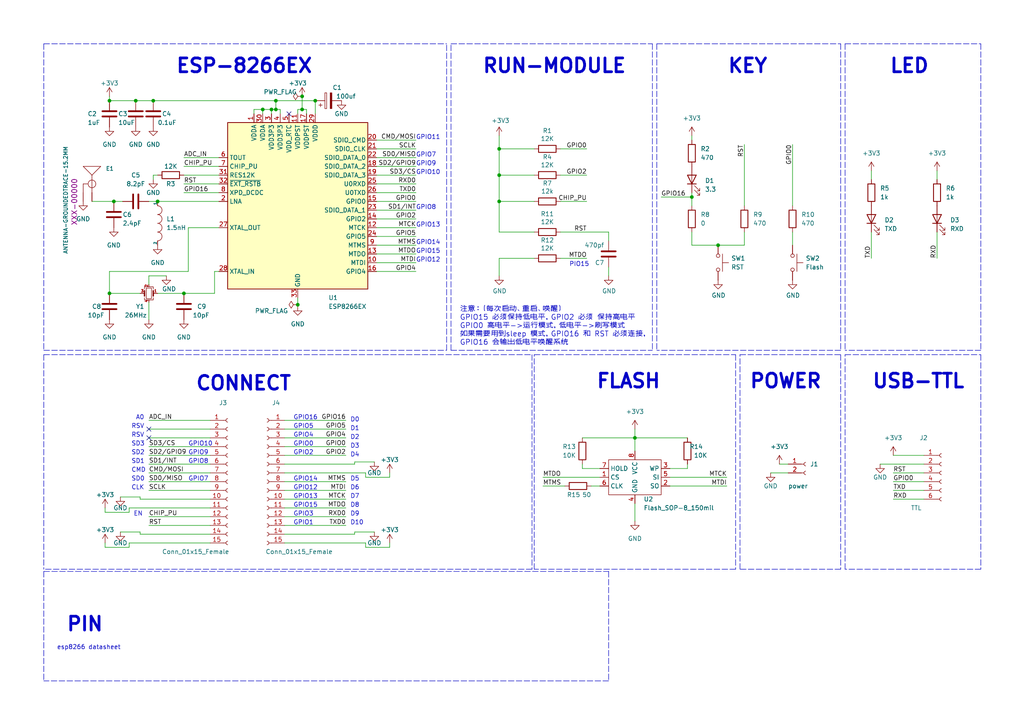
<source format=kicad_sch>
(kicad_sch (version 20211123) (generator eeschema)
  (paper "A4")
  (lib_symbols
    (symbol "Connector:Conn_01x02_Female" (pin_names (offset 1.016) hide)
      (property "Reference" "J" (at 0 2.54 0))
      (property "Value" "Conn_01x02_Female" (at 0 -5.08 0))
      (symbol "Conn_01x02_Female_1_1"
        (pin passive line (at -5.08 0 0) (length 3.81) (name "Pin_1") (number "1"))
        (pin passive line (at -5.08 -2.54 0) (length 3.81) (name "Pin_2") (number "2"))
      )
    )
    (symbol "Connector:Conn_01x06_Female" (pin_names (offset 1.016) hide)
      (property "Reference" "J" (at 0 7.62 0))
      (property "Value" "Conn_01x06_Female" (at 0 -10.16 0))
      (symbol "Conn_01x06_Female_1_1"
        (pin passive line (at -5.08 5.08 0) (length 3.81) (name "Pin_1") (number "1"))
        (pin passive line (at -5.08 2.54 0) (length 3.81) (name "Pin_2") (number "2"))
        (pin passive line (at -5.08 0 0) (length 3.81) (name "Pin_3") (number "3"))
        (pin passive line (at -5.08 -2.54 0) (length 3.81) (name "Pin_4") (number "4"))
        (pin passive line (at -5.08 -5.08 0) (length 3.81) (name "Pin_5") (number "5"))
        (pin passive line (at -5.08 -7.62 0) (length 3.81) (name "Pin_6") (number "6"))
      )
    )
    (symbol "Connector:Conn_01x15_Female" (pin_names (offset 1.016) hide)
      (property "Reference" "J" (at 0 20.32 0))
      (property "Value" "Conn_01x15_Female" (at 0 -20.32 0))
      (symbol "Conn_01x15_Female_1_1"
        (pin passive line (at -5.08 17.78 0) (length 3.81) (name "Pin_1") (number "1"))
        (pin passive line (at -5.08 -5.08 0) (length 3.81) (name "Pin_10") (number "10"))
        (pin passive line (at -5.08 -7.62 0) (length 3.81) (name "Pin_11") (number "11"))
        (pin passive line (at -5.08 -10.16 0) (length 3.81) (name "Pin_12") (number "12"))
        (pin passive line (at -5.08 -12.7 0) (length 3.81) (name "Pin_13") (number "13"))
        (pin passive line (at -5.08 -15.24 0) (length 3.81) (name "Pin_14") (number "14"))
        (pin passive line (at -5.08 -17.78 0) (length 3.81) (name "Pin_15") (number "15"))
        (pin passive line (at -5.08 15.24 0) (length 3.81) (name "Pin_2") (number "2"))
        (pin passive line (at -5.08 12.7 0) (length 3.81) (name "Pin_3") (number "3"))
        (pin passive line (at -5.08 10.16 0) (length 3.81) (name "Pin_4") (number "4"))
        (pin passive line (at -5.08 7.62 0) (length 3.81) (name "Pin_5") (number "5"))
        (pin passive line (at -5.08 5.08 0) (length 3.81) (name "Pin_6") (number "6"))
        (pin passive line (at -5.08 2.54 0) (length 3.81) (name "Pin_7") (number "7"))
        (pin passive line (at -5.08 0 0) (length 3.81) (name "Pin_8") (number "8"))
        (pin passive line (at -5.08 -2.54 0) (length 3.81) (name "Pin_9") (number "9"))
      )
    )
    (symbol "Device:C" (pin_numbers hide) (pin_names (offset 0.254))
      (property "Reference" "C" (at 0.635 2.54 0))
      (property "Value" "C" (at 0.635 -2.54 0))
      (symbol "C_1_1"
        (pin passive line (at 0 3.81 270) (length 2.794) (name "~") (number "1"))
        (pin passive line (at 0 -3.81 90) (length 2.794) (name "~") (number "2"))
      )
    )
    (symbol "Device:C_Polarized" (pin_numbers hide) (pin_names (offset 0.254))
      (property "Reference" "C" (at 0.635 2.54 0))
      (property "Value" "C_Polarized" (at 0.635 -2.54 0))
      (symbol "C_Polarized_1_1"
        (pin passive line (at 0 3.81 270) (length 2.794) (name "~") (number "1"))
        (pin passive line (at 0 -3.81 90) (length 2.794) (name "~") (number "2"))
      )
    )
    (symbol "Device:Crystal_GND24_Small" (pin_names (offset 1.016) hide)
      (property "Reference" "Y" (at 1.27 4.445 0))
      (property "Value" "Crystal_GND24_Small" (at 1.27 2.54 0))
      (symbol "Crystal_GND24_Small_1_1"
        (pin passive line (at -2.54 0 0) (length 1.27) (name "1") (number "1"))
        (pin passive line (at 0 -2.54 90) (length 0.635) (name "2") (number "2"))
        (pin passive line (at 2.54 0 180) (length 1.27) (name "3") (number "3"))
        (pin passive line (at 0 2.54 270) (length 0.635) (name "4") (number "4"))
      )
    )
    (symbol "Device:LED" (pin_numbers hide) (pin_names (offset 1.016) hide)
      (property "Reference" "D" (at 0 2.54 0))
      (property "Value" "LED" (at 0 -2.54 0))
      (symbol "LED_1_1"
        (pin passive line (at -3.81 0 0) (length 2.54) (name "K") (number "1"))
        (pin passive line (at 3.81 0 180) (length 2.54) (name "A") (number "2"))
      )
    )
    (symbol "Device:R" (pin_numbers hide) (pin_names (offset 0))
      (property "Reference" "R" (at 2.032 0 90))
      (property "Value" "R" (at 0 0 90))
      (symbol "R_1_1"
        (pin passive line (at 0 3.81 270) (length 1.27) (name "~") (number "1"))
        (pin passive line (at 0 -3.81 90) (length 1.27) (name "~") (number "2"))
      )
    )
    (symbol "MCU_Espressif:ESP8266EX"
      (property "Reference" "U" (at 0 2.54 0))
      (property "Value" "ESP8266EX" (at 0 -2.54 0))
      (symbol "ESP8266EX_1_1"
        (pin power_in line (at -12.7 25.4 270) (length 2.54) (name "VDDA") (number "1"))
        (pin bidirectional line (at 22.86 -17.78 180) (length 2.54) (name "MTDI") (number "10"))
        (pin power_in line (at 0 25.4 270) (length 2.54) (name "VDDPST") (number "11"))
        (pin bidirectional line (at 22.86 -7.62 180) (length 2.54) (name "MTCK") (number "12"))
        (pin bidirectional line (at 22.86 -15.24 180) (length 2.54) (name "MTDO") (number "13"))
        (pin bidirectional line (at 22.86 -5.08 180) (length 2.54) (name "GPIO2") (number "14"))
        (pin bidirectional line (at 22.86 0 180) (length 2.54) (name "GPIO0") (number "15"))
        (pin bidirectional line (at 22.86 -20.32 180) (length 2.54) (name "GPIO4") (number "16"))
        (pin power_in line (at 2.54 25.4 270) (length 2.54) (name "VDDPST") (number "17"))
        (pin bidirectional line (at 22.86 10.16 180) (length 2.54) (name "SDIO_DATA_2") (number "18"))
        (pin bidirectional line (at 22.86 7.62 180) (length 2.54) (name "SDIO_DATA_3") (number "19"))
        (pin bidirectional line (at -22.86 0 0) (length 2.54) (name "LNA") (number "2"))
        (pin bidirectional line (at 22.86 17.78 180) (length 2.54) (name "SDIO_CMD") (number "20"))
        (pin bidirectional line (at 22.86 15.24 180) (length 2.54) (name "SDIO_CLK") (number "21"))
        (pin bidirectional line (at 22.86 12.7 180) (length 2.54) (name "SDIO_DATA_0") (number "22"))
        (pin bidirectional line (at 22.86 -2.54 180) (length 2.54) (name "SDIO_DATA_1") (number "23"))
        (pin bidirectional line (at 22.86 -10.16 180) (length 2.54) (name "GPIO5") (number "24"))
        (pin bidirectional line (at 22.86 5.08 180) (length 2.54) (name "U0RXD") (number "25"))
        (pin bidirectional line (at 22.86 2.54 180) (length 2.54) (name "U0TXD") (number "26"))
        (pin bidirectional line (at -22.86 -7.62 0) (length 2.54) (name "XTAL_OUT") (number "27"))
        (pin bidirectional line (at -22.86 -20.32 0) (length 2.54) (name "XTAL_IN") (number "28"))
        (pin power_in line (at 5.08 25.4 270) (length 2.54) (name "VDDD") (number "29"))
        (pin power_in line (at -7.62 25.4 270) (length 2.54) (name "VDD3P3") (number "3"))
        (pin power_in line (at -10.16 25.4 270) (length 2.54) (name "VDDA") (number "30"))
        (pin input line (at -22.86 7.62 0) (length 2.54) (name "RES12K") (number "31"))
        (pin input line (at -22.86 5.08 0) (length 2.54) (name "~{EXT_RSTB}") (number "32"))
        (pin power_in line (at 0 -27.94 90) (length 2.54) (name "GND") (number "33"))
        (pin power_in line (at -5.08 25.4 270) (length 2.54) (name "VDD3P3") (number "4"))
        (pin power_in line (at -2.54 25.4 270) (length 2.54) (name "VDD_RTC") (number "5"))
        (pin input line (at -22.86 12.7 0) (length 2.54) (name "TOUT") (number "6"))
        (pin input line (at -22.86 10.16 0) (length 2.54) (name "CHIP_PU") (number "7"))
        (pin bidirectional line (at -22.86 2.54 0) (length 2.54) (name "XPD_DCDC") (number "8"))
        (pin bidirectional line (at 22.86 -12.7 180) (length 2.54) (name "MTMS") (number "9"))
      )
    )
    (symbol "My-lib:Flash_SOP-8_150mil"
      (property "Reference" "U" (at 0 -12.7 0))
      (property "Value" "Flash_SOP-8_150mil" (at 0 -15.24 0))
      (symbol "Flash_SOP-8_150mil_1_1"
        (pin bidirectional line (at -10.16 0 0) (length 2.54) (name "CS") (number "1"))
        (pin bidirectional line (at 10.16 -2.54 180) (length 2.54) (name "SO") (number "2"))
        (pin bidirectional line (at 10.16 2.54 180) (length 2.54) (name "WP") (number "3"))
        (pin bidirectional line (at 0 -7.62 90) (length 2.54) (name "GND") (number "4"))
        (pin bidirectional line (at 10.16 0 180) (length 2.54) (name "SI") (number "5"))
        (pin bidirectional line (at -10.16 -2.54 0) (length 2.54) (name "CLK") (number "6"))
        (pin bidirectional line (at -10.16 2.54 0) (length 2.54) (name "HOLD") (number "7"))
        (pin bidirectional line (at 0 7.62 270) (length 2.54) (name "VCC") (number "8"))
      )
    )
    (symbol "SparkFun-RF:ANTENNA-GROUNDEDTRACE-15.2MM" (pin_numbers hide) (pin_names (offset 1.016) hide)
      (property "Reference" "E" (at 3.81 -1.27 0))
      (property "Value" "ANTENNA-GROUNDEDTRACE-15.2MM" (at 3.81 -10.16 0))
      (property "Field4" "XXX-00000" (at 0 2.54 0))
      (symbol "ANTENNA-GROUNDEDTRACE-15.2MM_1_1"
        (pin bidirectional line (at 0 -10.16 90) (length 2.54) (name "SIGNAL") (number "ANT"))
        (pin bidirectional line (at 2.54 -10.16 90) (length 2.54) (name "GND") (number "GND"))
      )
    )
    (symbol "Switch:SW_Push" (pin_numbers hide) (pin_names (offset 1.016) hide)
      (property "Reference" "SW" (at 1.27 2.54 0))
      (property "Value" "SW_Push" (at 0 -1.524 0))
      (symbol "SW_Push_0_1"
        (pin passive line (at -5.08 0 0) (length 2.54) (name "1") (number "1"))
        (pin passive line (at 5.08 0 180) (length 2.54) (name "2") (number "2"))
      )
    )
    (symbol "power:+3.3V" (power) (pin_names (offset 0))
      (property "Value" "+3.3V" (at 0 3.556 0))
      (symbol "+3.3V_1_1"
        (pin power_in line (at 0 0 90) (length 0) hide (name "+3V3") (number "1"))
      )
    )
    (symbol "power:+3V3" (power) (pin_names (offset 0))
      (property "Value" "+3V3" (at 0 3.556 0))
      (symbol "+3V3_1_1"
        (pin power_in line (at 0 0 90) (length 0) hide (name "+3V3") (number "1"))
      )
    )
    (symbol "power:GND" (power) (pin_names (offset 0))
      (property "Value" "GND" (at 0 -3.81 0))
      (symbol "GND_1_1"
        (pin power_in line (at 0 0 270) (length 0) hide (name "GND") (number "1"))
      )
    )
    (symbol "power:PWR_FLAG" (power) (pin_numbers hide) (pin_names (offset 0) hide)
      (property "Value" "PWR_FLAG" (at 0 3.81 0))
      (symbol "PWR_FLAG_0_0"
        (pin power_out line (at 0 0 90) (length 0) (name "pwr") (number "1"))
      )
    )
    (symbol "pspice:INDUCTOR" (pin_numbers hide) (pin_names (offset 0))
      (property "Reference" "L" (at 0 2.54 0))
      (property "Value" "INDUCTOR" (at 0 -1.27 0))
      (symbol "INDUCTOR_1_1"
        (pin input line (at -6.35 0 0) (length 1.27) (name "1") (number "1"))
        (pin input line (at 6.35 0 180) (length 1.27) (name "2") (number "2"))
      )
    )
  )
  (junction (at 31.75 85.09))
  (junction (at 87.63 31.75))
  (junction (at 91.44 29.21))
  (junction (at 53.34 85.09))
  (junction (at 80.01 29.21))
  (junction (at 87.63 27.94))
  (junction (at 200.66 57.15))
  (junction (at 44.45 29.21))
  (junction (at 39.37 29.21))
  (junction (at 144.78 58.42))
  (junction (at 80.01 31.75))
  (junction (at 184.15 127))
  (junction (at 78.74 31.75))
  (junction (at 86.36 88.3792))
  (junction (at 76.2 31.75))
  (junction (at 45.72 58.42))
  (junction (at 144.78 50.8))
  (junction (at 144.78 43.18))
  (junction (at 31.75 29.21))
  (junction (at 208.28 71.12))
  (junction (at 33.02 58.42))
  (no_connect (at 43.18 127))
  (no_connect (at 43.18 124.46))
  (no_connect (at 83.82 33.02))
  (wire (pts (xy 215.9 41.91) (xy 215.9 59.69)))
  (wire (pts (xy 91.44 29.21) (xy 80.01 29.21)))
  (wire (pts (xy 76.2 31.75) (xy 76.2 33.02)))
  (wire (pts (xy 168.91 134.62) (xy 168.91 135.89)))
  (wire (pts (xy 37.465 157.48) (xy 37.465 158.75)))
  (wire (pts (xy 144.78 67.31) (xy 154.94 67.31)))
  (wire (pts (xy 82.55 124.46) (xy 100.33 124.46)))
  (wire (pts (xy 271.78 67.31) (xy 271.78 74.93)))
  (polyline (pts (xy 284.48 165.1) (xy 245.11 165.1)))
  (wire (pts (xy 43.18 127) (xy 60.96 127)))
  (wire (pts (xy 184.15 127) (xy 184.15 130.81)))
  (wire (pts (xy 200.66 57.15) (xy 200.66 59.69)))
  (wire (pts (xy 259.08 139.7) (xy 267.97 139.7)))
  (wire (pts (xy 259.08 142.24) (xy 267.97 142.24)))
  (wire (pts (xy 109.22 43.18) (xy 120.65 43.18)))
  (wire (pts (xy 162.56 74.93) (xy 170.18 74.93)))
  (polyline (pts (xy 130.81 12.7) (xy 189.23 12.7)))
  (wire (pts (xy 109.22 50.8) (xy 120.65 50.8)))
  (wire (pts (xy 162.56 67.31) (xy 176.53 67.31)))
  (wire (pts (xy 37.465 147.32) (xy 37.465 148.59)))
  (wire (pts (xy 102.87 134.62) (xy 102.87 133.985)))
  (polyline (pts (xy 129.54 101.6) (xy 129.54 12.7)))
  (wire (pts (xy 82.55 144.78) (xy 100.33 144.78)))
  (wire (pts (xy 229.87 71.12) (xy 229.87 67.31)))
  (wire (pts (xy 109.22 58.42) (xy 120.65 58.42)))
  (wire (pts (xy 30.48 147.32) (xy 30.48 148.59)))
  (wire (pts (xy 144.78 50.8) (xy 144.78 58.42)))
  (wire (pts (xy 82.55 121.92) (xy 100.33 121.92)))
  (polyline (pts (xy 214.63 102.87) (xy 243.84 102.87)))
  (wire (pts (xy 54.61 66.04) (xy 63.5 66.04)))
  (polyline (pts (xy 284.48 12.7) (xy 284.48 101.6)))
  (polyline (pts (xy 243.84 165.1) (xy 214.63 165.1)))
  (polyline (pts (xy 189.23 12.7) (xy 189.23 101.6)))
  (wire (pts (xy 109.22 40.64) (xy 120.65 40.64)))
  (wire (pts (xy 37.465 158.75) (xy 30.48 158.75)))
  (wire (pts (xy 109.22 68.58) (xy 120.65 68.58)))
  (polyline (pts (xy 213.36 102.87) (xy 213.36 165.1)))
  (wire (pts (xy 78.74 33.02) (xy 78.74 31.75)))
  (wire (pts (xy 200.66 71.12) (xy 208.28 71.12)))
  (wire (pts (xy 40.64 154.94) (xy 40.64 154.305)))
  (wire (pts (xy 54.61 78.74) (xy 54.61 66.04)))
  (wire (pts (xy 259.08 132.08) (xy 267.97 132.08)))
  (wire (pts (xy 80.01 29.21) (xy 80.01 31.75)))
  (wire (pts (xy 184.15 127) (xy 199.39 127)))
  (wire (pts (xy 184.15 124.46) (xy 184.15 127)))
  (wire (pts (xy 102.87 154.94) (xy 82.55 154.94)))
  (wire (pts (xy 199.39 135.89) (xy 199.39 134.62)))
  (wire (pts (xy 48.26 80.01) (xy 43.18 80.01)))
  (wire (pts (xy 37.465 148.59) (xy 30.48 148.59)))
  (wire (pts (xy 40.64 154.94) (xy 60.96 154.94)))
  (wire (pts (xy 39.37 29.21) (xy 44.45 29.21)))
  (wire (pts (xy 171.45 140.97) (xy 173.99 140.97)))
  (wire (pts (xy 63.5 78.74) (xy 62.23 78.74)))
  (wire (pts (xy 259.08 144.78) (xy 267.97 144.78)))
  (wire (pts (xy 106.045 157.48) (xy 106.045 158.75)))
  (wire (pts (xy 60.96 157.48) (xy 37.465 157.48)))
  (polyline (pts (xy 130.81 101.6) (xy 130.81 12.7)))
  (polyline (pts (xy 284.48 102.87) (xy 284.48 165.1)))
  (wire (pts (xy 43.18 149.86) (xy 60.96 149.86)))
  (polyline (pts (xy 12.7 165.735) (xy 176.53 165.735)))
  (wire (pts (xy 53.34 85.09) (xy 62.23 85.09)))
  (wire (pts (xy 43.18 132.08) (xy 60.96 132.08)))
  (wire (pts (xy 82.55 152.4) (xy 100.33 152.4)))
  (wire (pts (xy 53.34 55.88) (xy 63.5 55.88)))
  (wire (pts (xy 229.87 41.91) (xy 229.87 59.69)))
  (wire (pts (xy 82.55 157.48) (xy 106.045 157.48)))
  (wire (pts (xy 87.63 31.75) (xy 88.9 31.75)))
  (wire (pts (xy 40.64 144.78) (xy 60.96 144.78)))
  (wire (pts (xy 200.66 39.37) (xy 200.66 40.64)))
  (wire (pts (xy 43.18 80.01) (xy 43.18 82.55)))
  (wire (pts (xy 109.22 48.26) (xy 120.65 48.26)))
  (wire (pts (xy 88.9 31.75) (xy 88.9 33.02)))
  (polyline (pts (xy 176.53 165.735) (xy 176.53 197.485)))
  (wire (pts (xy 91.44 33.02) (xy 91.44 29.21)))
  (wire (pts (xy 43.18 129.54) (xy 60.96 129.54)))
  (wire (pts (xy 31.75 29.21) (xy 39.37 29.21)))
  (wire (pts (xy 86.36 31.75) (xy 87.63 31.75)))
  (wire (pts (xy 62.23 78.74) (xy 62.23 85.09)))
  (wire (pts (xy 73.66 31.75) (xy 76.2 31.75)))
  (wire (pts (xy 157.48 140.97) (xy 163.83 140.97)))
  (polyline (pts (xy 190.5 12.7) (xy 190.5 101.6)))
  (polyline (pts (xy 245.11 102.87) (xy 284.48 102.87)))
  (wire (pts (xy 144.78 43.18) (xy 154.94 43.18)))
  (wire (pts (xy 200.66 67.31) (xy 200.66 71.12)))
  (wire (pts (xy 102.87 154.305) (xy 108.585 154.305)))
  (wire (pts (xy 194.31 138.43) (xy 210.82 138.43)))
  (polyline (pts (xy 154.305 165.1) (xy 12.7 165.1)))
  (wire (pts (xy 109.22 55.88) (xy 120.65 55.88)))
  (wire (pts (xy 78.74 31.75) (xy 80.01 31.75)))
  (wire (pts (xy 43.18 134.62) (xy 60.96 134.62)))
  (wire (pts (xy 102.87 134.62) (xy 82.55 134.62)))
  (wire (pts (xy 43.18 121.92) (xy 60.96 121.92)))
  (wire (pts (xy 81.28 31.75) (xy 81.28 33.02)))
  (wire (pts (xy 82.55 147.32) (xy 100.33 147.32)))
  (wire (pts (xy 80.01 31.75) (xy 81.28 31.75)))
  (wire (pts (xy 82.55 129.54) (xy 100.33 129.54)))
  (wire (pts (xy 102.87 154.94) (xy 102.87 154.305)))
  (wire (pts (xy 252.73 49.53) (xy 252.73 52.07)))
  (wire (pts (xy 44.45 50.8) (xy 44.45 52.07)))
  (polyline (pts (xy 245.11 12.7) (xy 245.11 101.6)))
  (wire (pts (xy 162.56 58.42) (xy 170.18 58.42)))
  (wire (pts (xy 106.045 137.16) (xy 106.045 138.43)))
  (wire (pts (xy 40.64 154.305) (xy 34.925 154.305)))
  (wire (pts (xy 44.45 29.21) (xy 80.01 29.21)))
  (wire (pts (xy 144.78 74.93) (xy 144.78 80.01)))
  (wire (pts (xy 82.55 132.08) (xy 100.33 132.08)))
  (wire (pts (xy 31.75 78.74) (xy 31.75 85.09)))
  (wire (pts (xy 86.36 33.02) (xy 86.36 31.75)))
  (wire (pts (xy 162.56 43.18) (xy 170.18 43.18)))
  (wire (pts (xy 168.91 135.89) (xy 173.99 135.89)))
  (wire (pts (xy 40.64 144.78) (xy 40.64 144.145)))
  (wire (pts (xy 184.15 151.13) (xy 184.15 146.05)))
  (wire (pts (xy 82.55 149.86) (xy 100.33 149.86)))
  (polyline (pts (xy 190.5 12.7) (xy 243.84 12.7)))
  (wire (pts (xy 82.55 127) (xy 100.33 127)))
  (wire (pts (xy 82.55 142.24) (xy 100.33 142.24)))
  (polyline (pts (xy 130.81 101.6) (xy 189.23 101.6)))
  (polyline (pts (xy 176.53 197.485) (xy 12.7 197.485)))
  (wire (pts (xy 144.78 50.8) (xy 154.94 50.8)))
  (wire (pts (xy 176.53 67.31) (xy 176.53 69.85)))
  (polyline (pts (xy 12.7 165.735) (xy 12.7 197.485)))
  (polyline (pts (xy 12.7 12.7) (xy 12.7 101.6)))
  (wire (pts (xy 106.045 138.43) (xy 113.03 138.43)))
  (wire (pts (xy 86.36 86.36) (xy 86.36 88.3792)))
  (wire (pts (xy 194.31 140.97) (xy 210.82 140.97)))
  (wire (pts (xy 45.72 50.8) (xy 44.45 50.8)))
  (wire (pts (xy 176.53 77.47) (xy 176.53 80.01)))
  (wire (pts (xy 31.75 85.09) (xy 40.64 85.09)))
  (wire (pts (xy 144.78 58.42) (xy 154.94 58.42)))
  (wire (pts (xy 43.18 137.16) (xy 60.96 137.16)))
  (wire (pts (xy 53.34 45.72) (xy 63.5 45.72)))
  (wire (pts (xy 43.18 139.7) (xy 60.96 139.7)))
  (wire (pts (xy 259.08 137.16) (xy 267.97 137.16)))
  (wire (pts (xy 63.5 50.8) (xy 53.34 50.8)))
  (wire (pts (xy 102.87 133.985) (xy 108.585 133.985)))
  (polyline (pts (xy 213.36 165.1) (xy 154.94 165.1)))
  (polyline (pts (xy 214.63 165.1) (xy 214.63 102.87)))
  (wire (pts (xy 109.22 66.04) (xy 120.65 66.04)))
  (wire (pts (xy 86.36 88.3792) (xy 86.36 88.9)))
  (wire (pts (xy 73.66 31.75) (xy 73.66 33.02)))
  (wire (pts (xy 43.18 124.46) (xy 60.96 124.46)))
  (wire (pts (xy 45.72 58.42) (xy 63.5 58.42)))
  (wire (pts (xy 157.48 138.43) (xy 173.99 138.43)))
  (polyline (pts (xy 243.84 101.6) (xy 190.5 101.6)))
  (polyline (pts (xy 245.11 12.7) (xy 284.48 12.7)))
  (wire (pts (xy 30.48 157.48) (xy 30.48 158.75)))
  (wire (pts (xy 144.78 43.18) (xy 144.78 50.8)))
  (wire (pts (xy 53.34 53.34) (xy 63.5 53.34)))
  (wire (pts (xy 40.64 144.145) (xy 34.925 144.145)))
  (polyline (pts (xy 12.7 102.87) (xy 12.7 165.1)))
  (wire (pts (xy 43.18 142.24) (xy 60.96 142.24)))
  (wire (pts (xy 109.22 76.2) (xy 120.65 76.2)))
  (wire (pts (xy 109.22 73.66) (xy 120.65 73.66)))
  (wire (pts (xy 45.72 85.09) (xy 53.34 85.09)))
  (wire (pts (xy 144.78 74.93) (xy 154.94 74.93)))
  (polyline (pts (xy 12.7 101.6) (xy 129.54 101.6)))
  (polyline (pts (xy 243.84 102.87) (xy 243.84 165.1)))
  (wire (pts (xy 109.22 60.96) (xy 120.65 60.96)))
  (wire (pts (xy 215.9 67.31) (xy 215.9 71.12)))
  (wire (pts (xy 109.22 63.5) (xy 120.65 63.5)))
  (wire (pts (xy 162.56 50.8) (xy 170.18 50.8)))
  (wire (pts (xy 200.66 55.88) (xy 200.66 57.15)))
  (wire (pts (xy 194.31 135.89) (xy 199.39 135.89)))
  (wire (pts (xy 252.73 67.31) (xy 252.73 74.93)))
  (wire (pts (xy 223.52 137.16) (xy 228.6 137.16)))
  (wire (pts (xy 113.03 157.48) (xy 113.03 158.75)))
  (wire (pts (xy 109.22 45.72) (xy 120.65 45.72)))
  (polyline (pts (xy 284.48 101.6) (xy 245.11 101.6)))
  (wire (pts (xy 113.03 137.16) (xy 113.03 138.43)))
  (wire (pts (xy 168.91 127) (xy 184.15 127)))
  (wire (pts (xy 226.06 134.62) (xy 228.6 134.62)))
  (wire (pts (xy 43.18 92.71) (xy 43.18 87.63)))
  (wire (pts (xy 87.63 27.94) (xy 87.63 31.75)))
  (wire (pts (xy 76.2 31.75) (xy 78.74 31.75)))
  (wire (pts (xy 43.18 152.4) (xy 60.96 152.4)))
  (wire (pts (xy 26.67 58.42) (xy 33.02 58.42)))
  (polyline (pts (xy 154.305 102.87) (xy 154.305 165.1)))
  (wire (pts (xy 31.75 78.74) (xy 54.61 78.74)))
  (wire (pts (xy 191.77 57.15) (xy 200.66 57.15)))
  (polyline (pts (xy 245.11 165.1) (xy 245.11 102.87)))
  (wire (pts (xy 144.78 58.42) (xy 144.78 67.31)))
  (wire (pts (xy 215.9 71.12) (xy 208.28 71.12)))
  (wire (pts (xy 82.55 137.16) (xy 106.045 137.16)))
  (wire (pts (xy 271.78 49.53) (xy 271.78 52.07)))
  (wire (pts (xy 43.18 58.42) (xy 45.72 58.42)))
  (wire (pts (xy 106.045 158.75) (xy 113.03 158.75)))
  (wire (pts (xy 109.22 53.34) (xy 120.65 53.34)))
  (polyline (pts (xy 243.84 12.7) (xy 243.84 101.6)))
  (polyline (pts (xy 12.7 102.87) (xy 154.305 102.87)))
  (wire (pts (xy 109.22 71.12) (xy 120.65 71.12)))
  (wire (pts (xy 33.02 58.42) (xy 35.56 58.42)))
  (wire (pts (xy 82.55 139.7) (xy 100.33 139.7)))
  (wire (pts (xy 144.78 39.37) (xy 144.78 43.18)))
  (wire (pts (xy 255.27 134.62) (xy 267.97 134.62)))
  (wire (pts (xy 60.96 147.32) (xy 37.465 147.32)))
  (wire (pts (xy 109.22 78.74) (xy 120.65 78.74)))
  (wire (pts (xy 53.34 48.26) (xy 63.5 48.26)))
  (polyline (pts (xy 154.94 102.87) (xy 213.36 102.87)))
  (wire (pts (xy 31.75 27.94) (xy 31.75 29.21)))
  (polyline (pts (xy 154.94 165.1) (xy 154.94 102.87)))
  (polyline (pts (xy 12.7 12.7) (xy 129.54 12.7)))
  (text "GPIO0" (at 85.09 129.54 0) (effects (font (size 1.27 1.27)) (justify left bottom)))
  (text "GPIO13\n" (at 85.09 144.78 0) (effects (font (size 1.27 1.27)) (justify left bottom)))
  (text "GPIO12" (at 120.65 76.2 0) (effects (font (size 1.27 1.27)) (justify left bottom)))
  (text "GPIO11\n" (at 120.65 40.64 0) (effects (font (size 1.27 1.27)) (justify left bottom)))
  (text "USB-TTL" (at 252.73 113.03 0) (effects (font (size 4 4) (thickness 0.8) bold) (justify left bottom)))
  (text "RSV" (at 38.1 127 0) (effects (font (size 1.27 1.27)) (justify left bottom)))
  (text "GPIO7\n" (at 54.61 139.7 0) (effects (font (size 1.27 1.27)) (justify left bottom)))
  (text "CLK" (at 38.1 142.24 0) (effects (font (size 1.27 1.27)) (justify left bottom)))
  (text "管脚    名称             类型         GPIO         功能\n15      GPIO0           I/O          GPIO0        SPI_CS2\n26      U0TXD           I/O          GPIO1        可⽤作烧写 Flash 时 UART Tx；SPI_CS1\n14      GPIO2           I/O          GPIO2        可⽤作烧写 Flash 时 UART1_TX\n25      U0RXD           I/O          GPIO3        可⽤作烧写 Flash 时 UART Rx\n16      GPIO4           I/O          GPIO4\n24      GPIO5           I/O          GPIO5\n21      SDIO_CLK        I/O          GPIO6        连接到 SD_CLK（串联 200Ω）；SPI_CLK\n22      SDIO_DATA_0     I/O          GPIO7        连接到 SD_D0（串联 200Ω）；SPI_MSIO\n23      SDIO_DATA_1     I/O          GPIO8        连接到 SD_D1（串联 200Ω）；SPI_MOSI\n18      SDIO_DATA_2     I/O          GPIO9        连接到 SD_D2（串联 200Ω）；PIHD；HSPIHD\n19      SDIO_DATA_3     I/O          GPIO10       连接到 SD_D3（串联 200Ω）；SPIWP；HSPIWP\n20      SDIO_CMD        I/O          GPIO11       连接到 SD_CMD（串联 200Ω）；SPI_CS0\n10      MTDI            I/O          GPIO12       HSPI_MISO\n12      MTCK            I/O          GPIO13       HSPI_MOSI；UART0_CTS\n9       MTMS            I/O          GPIO14       HSPI_CLK\n13      MTDO            I/O          GPIO15       HSPI_CS；UART0_RTS\n8       XPD_DCDC        I/O          GPIO16       深度睡眠唤醒" (at 310.515 147.955 0) (effects (font (size 1.27 1.27)) (justify left bottom)))
  (text "GPIO10" (at 54.61 129.54 0) (effects (font (size 1.27 1.27)) (justify left bottom)))
  (text "D7\n" (at 101.6 144.78 0) (effects (font (size 1.27 1.27)) (justify left bottom)))
  (text "SD0" (at 38.1 139.7 0) (effects (font (size 1.27 1.27)) (justify left bottom)))
  (text "GPIO3" (at 85.09 149.86 0) (effects (font (size 1.27 1.27)) (justify left bottom)))
  (text "注意：（每次启动、重启、唤醒）\nGPIO15 必须保持低电平，GPIO2 必须 保持高电平\nGPIO0 高电平->运行模式，低电平->刷写模式\n如果需要用到sleep 模式，GPIO16 和 RST 必须连接，\nGPIO16 会输出低电平唤醒系统\n" (at 133.35 100.33 0) (effects (font (size 1.5 1.5)) (justify left bottom)))
  (text "D1" (at 101.6 125.095 0) (effects (font (size 1.27 1.27)) (justify left bottom)))
  (text "RSV" (at 38.1 124.46 0) (effects (font (size 1.27 1.27)) (justify left bottom)))
  (text "GPIO1" (at 85.09 152.4 0) (effects (font (size 1.27 1.27)) (justify left bottom)))
  (text "A0" (at 39.37 121.92 0) (effects (font (size 1.27 1.27)) (justify left bottom)))
  (text "GPIO10" (at 120.65 50.8 0) (effects (font (size 1.27 1.27)) (justify left bottom)))
  (text "GPIO8\n" (at 120.65 60.96 0) (effects (font (size 1.27 1.27)) (justify left bottom)))
  (text "GPIO13\n" (at 120.65 66.04 0) (effects (font (size 1.27 1.27)) (justify left bottom)))
  (text "POWER" (at 217.17 113.03 0) (effects (font (size 4 4) (thickness 0.8) bold) (justify left bottom)))
  (text "D5\n" (at 101.6 139.7 0) (effects (font (size 1.27 1.27)) (justify left bottom)))
  (text "D9" (at 101.6 149.86 0) (effects (font (size 1.27 1.27)) (justify left bottom)))
  (text "FLASH" (at 172.72 113.03 0) (effects (font (size 4 4) (thickness 0.8) bold) (justify left bottom)))
  (text "SD3" (at 38.1 129.54 0) (effects (font (size 1.27 1.27)) (justify left bottom)))
  (text "PIO15" (at 165.1 77.47 0) (effects (font (size 1.27 1.27)) (justify left bottom)))
  (text "GPIO14\n" (at 85.09 139.7 0) (effects (font (size 1.27 1.27)) (justify left bottom)))
  (text "RUN-MODULE" (at 139.7 21.59 0) (effects (font (size 4 4) (thickness 0.8) bold) (justify left bottom)))
  (text "CMD" (at 38.1 137.16 0) (effects (font (size 1.27 1.27)) (justify left bottom)))
  (text "D0\n" (at 101.6 122.555 0) (effects (font (size 1.27 1.27)) (justify left bottom)))
  (text "GPIO2" (at 85.09 132.08 0) (effects (font (size 1.27 1.27)) (justify left bottom)))
  (text "GPIO4" (at 85.09 127 0) (effects (font (size 1.27 1.27)) (justify left bottom)))
  (text "GPIO9\n" (at 120.65 48.26 0) (effects (font (size 1.27 1.27)) (justify left bottom)))
  (text "SD1" (at 38.1 134.62 0) (effects (font (size 1.27 1.27)) (justify left bottom)))
  (text "D4" (at 101.6 132.715 0) (effects (font (size 1.27 1.27)) (justify left bottom)))
  (text "D10\n" (at 101.6 152.4 0) (effects (font (size 1.27 1.27)) (justify left bottom)))
  (text "CONNECT" (at 56.515 113.665 0) (effects (font (size 4 4) (thickness 0.8) bold) (justify left bottom)))
  (text "D2" (at 101.6 127.635 0) (effects (font (size 1.27 1.27)) (justify left bottom)))
  (text "GPIO15" (at 85.09 147.32 0) (effects (font (size 1.27 1.27)) (justify left bottom)))
  (text "GPIO7\n" (at 120.65 45.72 0) (effects (font (size 1.27 1.27)) (justify left bottom)))
  (text "EN" (at 38.735 149.86 0) (effects (font (size 1.27 1.27)) (justify left bottom)))
  (text "ESP-8266EX" (at 50.8 21.59 0) (effects (font (size 4 4) (thickness 0.8) bold) (justify left bottom)))
  (text "D6" (at 101.6 142.24 0) (effects (font (size 1.27 1.27)) (justify left bottom)))
  (text "GPIO16" (at 85.09 121.92 0) (effects (font (size 1.27 1.27)) (justify left bottom)))
  (text "GPIO5" (at 85.09 124.46 0) (effects (font (size 1.27 1.27)) (justify left bottom)))
  (text "LED" (at 257.81 21.59 0) (effects (font (size 4 4) (thickness 0.8) bold) (justify left bottom)))
  (text "KEY" (at 210.82 21.59 0) (effects (font (size 4 4) (thickness 0.8) bold) (justify left bottom)))
  (text "PIN\n" (at 19.05 183.515 0) (effects (font (size 4 4) (thickness 0.8) bold) (justify left bottom)))
  (text "D3" (at 101.6 130.175 0) (effects (font (size 1.27 1.27)) (justify left bottom)))
  (text "GPIO15" (at 120.65 73.66 0) (effects (font (size 1.27 1.27)) (justify left bottom)))
  (text "D8" (at 101.6 147.32 0) (effects (font (size 1.27 1.27)) (justify left bottom)))
  (text "GPIO9\n" (at 54.61 132.08 0) (effects (font (size 1.27 1.27)) (justify left bottom)))
  (text "esp8266 datasheet" (at 16.51 188.595 0) (effects (font (size 1.27 1.27)) (justify left bottom)))
  (text "管脚     名称              类型      功能\n1        VDDA             P         模拟电源 2.5V ~ 3.6V\n2        LNA              I/O       射频天线接⼝，芯⽚输出阻抗为 39+j6 Ω。建议保留 π 型匹配⽹络对天线进⾏匹配。\n3        VDD3P3           P         功放电源 2.5V ~ 3.6V\n4        VDD3P3           P         功放电源 2.5V ~ 3.6V\n5        VDD_RTC          P         NC (1.1V)\n6        TOUT I           ADC       端⼝（注：芯⽚内部 ADC 端⼝），可⽤于检测 VDD3P3 (Pin3,Pin4) 电源电压和 TOUT (Pin6) 的输⼊电压（⼆者不可同时使⽤）。\n7        CHIP_PU          I         芯⽚使能端。⾼电平：有效，芯⽚正常⼯作；低电平：芯⽚关闭，电流很⼩\n8        XPD_DCDC         I/O       深度睡眠唤醒；GPIO16\n9        MTMS             I/O       GPIO14；HSPI_CLK\n10       MTDI             I/O       GPIO12；HSPI_MISO\n11       VDDPST           P         数字/IO 电源 (1.8V ~ 3.3V)\n12       MTCK             I/O       GPIO13；HSPI_MOSI；UART0_CTS\n13       MTDO             I/O       GPIO15；HSPI_CS；UART0_RTS\n14       GPIO2            I/O       可⽤作烧写 Flash 时 UART1_TX；GPIO2\n15       GPIO0            I/O       GPIO0；SPI_CS2\n16       GPIO4            I/O       GPIO4\n17       VDDPST           P         数字/IO 电源 (1.8V ~ 3.3V)\n18       SDIO_DATA_2      I/O       连接到 SD_D2（串联 200Ω）；PIHD；HSPIHD；GPIO9\n19       SDIO_DATA_3      I/O       连接到 SD_D3（串联 200Ω）；SPIWP；HSPIWP；GPIO10\n20       SDIO_CMD         I/O       连接到 SD_CMD（串联 200Ω）；SPI_CS0；GPIO11\n21       SDIO_CLK         I/O       连接到 SD_CLK（串联 200Ω）；SPI_CLK；GPIO6\n22       SDIO_DATA_0      I/O       连接到 SD_D0（串联 200Ω）；SPI_MSIO；GPIO7\n23       SDIO_DATA_1      I/O       连接到 SD_D1（串联 200Ω）；SPI_MOSI；GPIO8\n24       GPIO5            I/O       GPIO5\n25       U0RXD            I/O       可⽤作烧写 Flash 时 UART Rx；GPIO3\n26       U0TXD            I/O       可⽤作烧写 Flash 时 UART Tx；GPIO1；SPI_CS1\n27       XTAL_OUT         I/O       连接晶振输出端，也可⽤于提供 BT 的时钟输⼊\n28       XTAL_IN          I/O       连接晶振输⼊端\n29       VDDD             P         模拟电源 2.5V ~ 3.6V\n30       VDDA             P         模拟电源 2.5V ~ 3.6V\n31       RES12K           I         串联 12 kΩ 电阻到地\n32       EXT_RSTB         I         外部重置信号（低电平有效）\n" (at 310.515 99.06 0) (effects (font (size 1.27 1.27)) (justify left bottom)))
  (text "SD2" (at 38.1 132.08 0) (effects (font (size 1.27 1.27)) (justify left bottom)))
  (text "GPIO12" (at 85.09 142.24 0) (effects (font (size 1.27 1.27)) (justify left bottom)))
  (text "GPIO8\n" (at 54.61 134.62 0) (effects (font (size 1.27 1.27)) (justify left bottom)))
  (text "GPIO14" (at 120.65 71.12 0) (effects (font (size 1.27 1.27)) (justify left bottom)))
  (label "SD0{slash}MISO" (at 120.65 45.72 180))
  (label "TXD0" (at 100.33 152.4 180))
  (label "GPIO5" (at 120.65 68.58 180))
  (label "CMD{slash}MOSI" (at 43.18 137.16 0))
  (label "SD3{slash}CS" (at 120.65 50.8 180))
  (label "GPIO5" (at 100.33 124.46 180))
  (label "MTMS" (at 120.65 71.12 180))
  (label "GPIO2" (at 100.33 132.08 180))
  (label "MTCK" (at 100.33 144.78 180))
  (label "RXD0" (at 120.65 53.34 180))
  (label "RST" (at 170.18 67.31 180))
  (label "CHIP_PU" (at 53.34 48.26 0))
  (label "RST" (at 43.18 152.4 0))
  (label "MTDI" (at 100.33 142.24 180))
  (label "GPIO0" (at 170.18 43.18 180))
  (label "RXD" (at 259.08 144.78 0))
  (label "RST" (at 259.08 137.16 0))
  (label "MTMS" (at 157.48 140.97 0))
  (label "SD1{slash}INT" (at 120.65 60.96 180))
  (label "RST" (at 53.34 53.34 0))
  (label "TXD0" (at 120.65 55.88 180))
  (label "GPIO0" (at 120.65 58.42 180))
  (label "GPIO16" (at 100.33 121.92 180))
  (label "RST" (at 215.9 41.91 270))
  (label "MTMS" (at 100.33 139.7 180))
  (label "MTDO" (at 120.65 73.66 180))
  (label "MTDO" (at 157.48 138.43 0))
  (label "SCLK" (at 43.18 142.24 0))
  (label "RXD0" (at 100.33 149.86 180))
  (label "SD2{slash}GPIO9" (at 120.65 48.26 180))
  (label "GPIO0" (at 100.33 129.54 180))
  (label "MTDI" (at 210.82 140.97 180))
  (label "GPIO16" (at 191.77 57.15 0))
  (label "MTDO" (at 100.33 147.32 180))
  (label "MTDI" (at 120.65 76.2 180))
  (label "GPIO0" (at 259.08 139.7 0))
  (label "MTDO" (at 170.18 74.93 180))
  (label "MTCK" (at 210.82 138.43 180))
  (label "GPIO2" (at 120.65 63.5 180))
  (label "ADC_IN" (at 43.18 121.92 0))
  (label "GPIO2" (at 170.18 50.8 180))
  (label "TXD" (at 259.08 142.24 0))
  (label "ADC_IN" (at 53.34 45.72 0))
  (label "SD3{slash}CS" (at 43.18 129.54 0))
  (label "GPIO4" (at 100.33 127 180))
  (label "CHIP_PU" (at 170.18 58.42 180))
  (label "CHIP_PU" (at 43.18 149.86 0))
  (label "TXD" (at 252.73 74.93 90))
  (label "GPIO4" (at 120.65 78.74 180))
  (label "SD0{slash}MISO" (at 43.18 139.7 0))
  (label "GPIO0" (at 229.87 41.91 270))
  (label "CMD{slash}MOSI" (at 120.65 40.64 180))
  (label "MTCK" (at 120.65 66.04 180))
  (label "SD2{slash}GPIO9" (at 43.18 132.08 0))
  (label "SD1{slash}INT" (at 43.18 134.62 0))
  (label "SCLK" (at 120.65 43.18 180))
  (label "RXD" (at 271.78 74.93 90))
  (label "GPIO16" (at 53.34 55.88 0))
  (symbol (lib_id "power:GND") (at 33.02 66.04 0) (unit 1)
    (property "Reference" "#PWR013" (effects hide))
    (property "Value" "GND" (at 33.02 71.12 0))
  )
  (symbol (lib_id "power:GND") (at 176.53 80.01 0) (unit 1)
    (property "Reference" "#PWR017" (effects hide))
    (property "Value" "GND" (at 176.657 84.4042 0))
  )
  (symbol (lib_id "pspice:INDUCTOR") (at 45.72 64.77 270) (unit 1)
    (property "Reference" "L1" (at 48.26 63.4999 90) (effects (justify left)))
    (property "Value" "1.5nH" (at 48.26 66.0399 90) (effects (justify left)))
    (property "Footprint" "Inductor_SMD:L_0402_1005Metric" (effects hide))
  )
  (symbol (lib_id "Device:R") (at 168.91 130.81 180) (unit 1)
    (property "Reference" "R13" (at 165.1 129.54 0))
    (property "Value" "10K" (at 165.1 132.08 0))
    (property "Footprint" "Resistor_SMD:R_0402_1005Metric" (effects hide))
  )
  (symbol (lib_id "power:+3.3V") (at 113.03 157.48 0) (mirror y) (unit 1)
    (property "Reference" "#PWR037" (effects hide))
    (property "Value" "+3.3V" (at 113.03 153.67 0))
  )
  (symbol (lib_id "power:GND") (at 43.18 92.71 0) (unit 1)
    (property "Reference" "#PWR022" (effects hide))
    (property "Value" "GND" (at 43.18 97.79 0))
  )
  (symbol (lib_id "power:GND") (at 144.78 80.01 0) (unit 1)
    (property "Reference" "#PWR016" (effects hide))
    (property "Value" "GND" (at 144.907 84.4042 0))
  )
  (symbol (lib_id "MCU_Espressif:ESP8266EX") (at 86.36 58.42 0) (unit 1)
    (property "Reference" "U1" (at 95.25 86.36 0) (effects (justify left)))
    (property "Value" "ESP8266EX" (at 95.25 88.9 0) (effects (justify left)))
    (property "Footprint" "Package_DFN_QFN:QFN-32-1EP_5x5mm_P0.5mm_EP3.45x3.45mm" (effects hide))
    (property "Datasheet" "http://espressif.com/sites/default/files/documentation/0a-esp8266ex_datasheet_en.pdf" (effects hide))
  )
  (symbol (lib_id "Device:C") (at 176.53 73.66 180) (unit 1)
    (property "Reference" "C7" (at 175.26 76.2 0) (effects (justify left)))
    (property "Value" "470pf" (at 175.26 71.12 0) (effects (justify left)))
    (property "Footprint" "Capacitor_SMD:C_0402_1005Metric" (effects hide))
  )
  (symbol (lib_id "power:+3.3V") (at 30.48 147.32 0) (unit 1)
    (property "Reference" "#PWR032" (effects hide))
    (property "Value" "+3.3V" (at 30.48 143.51 0))
  )
  (symbol (lib_id "power:GND") (at 34.925 144.145 0) (unit 1)
    (property "Reference" "#PWR031" (effects hide))
    (property "Value" "GND" (at 34.925 147.32 0))
  )
  (symbol (lib_id "power:GND") (at 108.585 133.985 0) (mirror y) (unit 1)
    (property "Reference" "#PWR026" (effects hide))
    (property "Value" "GND" (at 108.585 137.16 0))
  )
  (symbol (lib_id "Device:R") (at 271.78 55.88 0) (unit 1)
    (property "Reference" "R6" (at 274.32 54.6099 0) (effects (justify left)))
    (property "Value" "1k" (at 274.32 57.1499 0) (effects (justify left)))
    (property "Footprint" "Resistor_SMD:R_0402_1005Metric" (effects hide))
  )
  (symbol (lib_id "SparkFun-RF:ANTENNA-GROUNDEDTRACE-15.2MM") (at 26.67 48.26 0) (mirror y) (unit 1)
    (property "Reference" "E1" (at 33.02 48.895 0) (effects (font (size 1.143 1.143)) (justify left)))
    (property "Value" "ANTENNA-GROUNDEDTRACE-15.2MM" (at 19.05 73.66 90) (effects (font (size 1.143 1.143)) (justify left)))
    (property "Footprint" "TRACE_ANTENNA_2.4GHZ_15.2MM" (effects hide))
    (property "Field4" "XXX-00000" (at 21.59 65.405 90) (effects (font (size 1.524 1.524)) (justify left)))
  )
  (symbol (lib_id "Device:C") (at 31.75 33.02 180) (unit 1)
    (property "Reference" "C2" (at 25.4 33.02 0) (effects (justify right)))
    (property "Value" "1uF" (at 25.4 35.56 0) (effects (justify right)))
    (property "Footprint" "Capacitor_SMD:C_0402_1005Metric" (effects hide))
  )
  (symbol (lib_id "Switch:SW_Push") (at 208.28 76.2 270) (unit 1)
    (property "Reference" "SW1" (at 212.09 74.9299 90) (effects (justify left)))
    (property "Value" "RST" (at 212.09 77.4699 90) (effects (justify left)))
    (property "Footprint" "My-lib:Button_SMD,3x4x2mm" (effects hide))
  )
  (symbol (lib_id "Device:LED") (at 252.73 63.5 90) (unit 1)
    (property "Reference" "D2" (at 256.54 63.8174 90) (effects (justify right)))
    (property "Value" "TXD" (at 256.54 66.3574 90) (effects (justify right)))
    (property "Footprint" "LED_SMD:LED_0402_1005Metric" (effects hide))
  )
  (symbol (lib_id "power:GND") (at 48.26 80.01 0) (unit 1)
    (property "Reference" "#PWR015" (effects hide))
    (property "Value" "GND" (at 46.99 83.82 0) (effects (justify left)))
  )
  (symbol (lib_id "Device:R") (at 158.75 43.18 270) (unit 1)
    (property "Reference" "R1" (at 158.75 37.9222 90))
    (property "Value" "12K" (at 158.75 40.2336 90))
    (property "Footprint" "Resistor_SMD:R_0402_1005Metric" (effects hide))
  )
  (symbol (lib_id "Device:C_Polarized") (at 95.25 29.21 90) (unit 1)
    (property "Reference" "C1" (at 97.79 25.4 90))
    (property "Value" "100uf" (at 100.33 27.94 90))
    (property "Footprint" "lc_lib:CASE-B_3528" (effects hide))
  )
  (symbol (lib_id "Device:LED") (at 271.78 63.5 90) (unit 1)
    (property "Reference" "D3" (at 275.59 63.8174 90) (effects (justify right)))
    (property "Value" "RXD" (at 275.59 66.3574 90) (effects (justify right)))
    (property "Footprint" "LED_SMD:LED_0402_1005Metric" (effects hide))
  )
  (symbol (lib_id "Device:R") (at 167.64 140.97 270) (unit 1)
    (property "Reference" "R15" (at 166.37 143.51 90))
    (property "Value" "50" (at 170.18 143.51 90))
    (property "Footprint" "Resistor_SMD:R_0402_1005Metric" (effects hide))
  )
  (symbol (lib_id "power:GND") (at 229.87 81.28 0) (unit 1)
    (property "Reference" "#PWR019" (effects hide))
    (property "Value" "GND" (at 229.997 85.6742 0))
  )
  (symbol (lib_id "power:GND") (at 31.75 36.83 0) (unit 1)
    (property "Reference" "#PWR04" (effects hide))
    (property "Value" "GND" (at 31.75 41.91 0))
  )
  (symbol (lib_id "power:PWR_FLAG") (at 86.36 88.3792 90) (unit 1)
    (property "Reference" "#FLG02" (effects hide))
    (property "Value" "PWR_FLAG" (at 78.74 90.17 90))
  )
  (symbol (lib_id "power:GND") (at 39.37 36.83 0) (unit 1)
    (property "Reference" "#PWR05" (effects hide))
    (property "Value" "GND" (at 39.37 41.91 0))
  )
  (symbol (lib_id "Connector:Conn_01x02_Female") (at 233.68 134.62 0) (unit 1)
    (property "Reference" "J1" (at 234.95 134.6199 0) (effects (justify left)))
    (property "Value" "power" (at 228.6 140.97 0) (effects (justify left)))
    (property "Footprint" "Connector_PinHeader_2.54mm:PinHeader_1x02_P2.54mm_Vertical" (effects hide))
  )
  (symbol (lib_id "Device:LED") (at 200.66 52.07 90) (unit 1)
    (property "Reference" "D1" (at 204.47 52.3874 90) (effects (justify right)))
    (property "Value" "3.3" (at 204.47 54.9274 90) (effects (justify right)))
    (property "Footprint" "LED_SMD:LED_0402_1005Metric" (effects hide))
  )
  (symbol (lib_id "Device:R") (at 158.75 74.93 270) (unit 1)
    (property "Reference" "R12" (at 158.75 69.6722 90))
    (property "Value" "12K" (at 158.75 71.9836 90))
    (property "Footprint" "Resistor_SMD:R_0402_1005Metric" (effects hide))
  )
  (symbol (lib_id "My-lib:Flash_SOP-8_150mil") (at 184.15 138.43 0) (unit 1)
    (property "Reference" "U2" (at 186.69 144.78 0) (effects (justify left)))
    (property "Value" "Flash_SOP-8_150mil" (at 186.69 147.32 0) (effects (justify left)))
    (property "Footprint" "lc_lib:SOP-8_150MIL" (effects hide))
  )
  (symbol (lib_id "power:GND") (at 208.28 81.28 0) (unit 1)
    (property "Reference" "#PWR018" (effects hide))
    (property "Value" "GND" (at 208.407 85.6742 0))
  )
  (symbol (lib_id "power:+3V3") (at 226.06 134.62 0) (unit 1)
    (property "Reference" "#PWR027" (effects hide))
    (property "Value" "+3V3" (at 226.06 129.54 0))
  )
  (symbol (lib_id "power:GND") (at 31.75 92.71 0) (unit 1)
    (property "Reference" "#PWR021" (effects hide))
    (property "Value" "GND" (at 31.75 97.79 0))
  )
  (symbol (lib_id "Device:R") (at 200.66 44.45 0) (unit 1)
    (property "Reference" "R2" (at 203.2 43.1799 0) (effects (justify left)))
    (property "Value" "470" (at 203.2 45.7199 0) (effects (justify left)))
    (property "Footprint" "Resistor_SMD:R_0402_1005Metric" (effects hide))
  )
  (symbol (lib_id "power:+3V3") (at 259.08 132.08 0) (unit 1)
    (property "Reference" "#PWR025" (effects hide))
    (property "Value" "+3V3" (at 259.08 127 0))
  )
  (symbol (lib_id "Connector:Conn_01x15_Female") (at 77.47 139.7 0) (mirror y) (unit 1)
    (property "Reference" "J4" (at 81.28 116.84 0) (effects (justify left)))
    (property "Value" "Conn_01x15_Female" (at 96.52 160.02 0) (effects (justify left)))
    (property "Footprint" "Connector_PinHeader_2.54mm:PinHeader_1x15_P2.54mm_Vertical" (effects hide))
  )
  (symbol (lib_id "Device:R") (at 199.39 130.81 180) (unit 1)
    (property "Reference" "R14" (at 201.93 129.54 0))
    (property "Value" "10K" (at 203.2 132.08 0))
    (property "Footprint" "Resistor_SMD:R_0402_1005Metric" (effects hide))
  )
  (symbol (lib_id "power:GND") (at 108.585 154.305 0) (mirror y) (unit 1)
    (property "Reference" "#PWR035" (effects hide))
    (property "Value" "GND" (at 108.585 157.48 0))
  )
  (symbol (lib_id "power:+3.3V") (at 184.15 124.46 0) (unit 1)
    (property "Reference" "#PWR024" (effects hide))
    (property "Value" "+3.3V" (at 184.15 119.38 0))
  )
  (symbol (lib_id "power:+3V3") (at 252.73 49.53 0) (unit 1)
    (property "Reference" "#PWR09" (effects hide))
    (property "Value" "+3V3" (at 252.73 44.45 0))
  )
  (symbol (lib_id "Connector:Conn_01x15_Female") (at 66.04 139.7 0) (unit 1)
    (property "Reference" "J3" (at 63.5 116.84 0) (effects (justify left)))
    (property "Value" "Conn_01x15_Female" (at 46.99 160.02 0) (effects (justify left)))
    (property "Footprint" "Connector_PinHeader_2.54mm:PinHeader_1x15_P2.54mm_Vertical" (effects hide))
  )
  (symbol (lib_id "power:GND") (at 53.34 92.71 0) (unit 1)
    (property "Reference" "#PWR023" (effects hide))
    (property "Value" "GND" (at 53.34 97.79 0))
  )
  (symbol (lib_id "power:GND") (at 184.15 151.13 0) (unit 1)
    (property "Reference" "#PWR033" (effects hide))
    (property "Value" "GND" (at 184.15 156.21 0))
  )
  (symbol (lib_id "Device:C") (at 39.37 33.02 180) (unit 1)
    (property "Reference" "C3" (at 34.29 33.02 0) (effects (justify right)))
    (property "Value" "10uF" (at 34.29 35.56 0) (effects (justify right)))
    (property "Footprint" "Capacitor_SMD:C_0402_1005Metric" (effects hide))
  )
  (symbol (lib_id "power:GND") (at 99.06 29.21 0) (unit 1)
    (property "Reference" "#PWR03" (effects hide))
    (property "Value" "GND" (at 99.06 33.02 0))
  )
  (symbol (lib_id "Device:C") (at 31.75 88.9 180) (unit 1)
    (property "Reference" "C8" (at 26.67 88.9 0) (effects (justify right)))
    (property "Value" "10pF" (at 25.4 91.44 0) (effects (justify right)))
    (property "Footprint" "Capacitor_SMD:C_0402_1005Metric" (effects hide))
  )
  (symbol (lib_id "power:GND") (at 45.72 71.12 0) (unit 1)
    (property "Reference" "#PWR014" (effects hide))
    (property "Value" "GND" (at 45.72 76.2 0))
  )
  (symbol (lib_id "power:+3.3V") (at 113.03 137.16 0) (mirror y) (unit 1)
    (property "Reference" "#PWR029" (effects hide))
    (property "Value" "+3.3V" (at 113.03 133.35 0))
  )
  (symbol (lib_id "power:+3.3V") (at 31.75 27.94 0) (unit 1)
    (property "Reference" "#PWR01" (effects hide))
    (property "Value" "+3.3V" (at 31.75 24.13 0))
  )
  (symbol (lib_id "power:GND") (at 44.45 52.07 0) (unit 1)
    (property "Reference" "#PWR011" (effects hide))
    (property "Value" "GND" (at 44.45 55.88 0))
  )
  (symbol (lib_id "power:GND") (at 24.13 58.42 0) (unit 1)
    (property "Reference" "#PWR012" (effects hide))
    (property "Value" "GND" (at 24.13 63.5 0))
  )
  (symbol (lib_id "Device:R") (at 229.87 63.5 0) (unit 1)
    (property "Reference" "R10" (at 232.41 62.2299 0) (effects (justify left)))
    (property "Value" "470" (at 232.41 64.7699 0) (effects (justify left)))
    (property "Footprint" "Resistor_SMD:R_0402_1005Metric" (effects hide))
  )
  (symbol (lib_id "Device:R") (at 215.9 63.5 0) (unit 1)
    (property "Reference" "R9" (at 218.44 62.2299 0) (effects (justify left)))
    (property "Value" "470" (at 218.44 64.7699 0) (effects (justify left)))
    (property "Footprint" "Resistor_SMD:R_0402_1005Metric" (effects hide))
  )
  (symbol (lib_id "power:+3V3") (at 200.66 39.37 0) (unit 1)
    (property "Reference" "#PWR08" (effects hide))
    (property "Value" "+3V3" (at 200.66 34.29 0))
  )
  (symbol (lib_id "power:+3.3V") (at 30.48 157.48 0) (unit 1)
    (property "Reference" "#PWR036" (effects hide))
    (property "Value" "+3.3V" (at 30.48 153.67 0))
  )
  (symbol (lib_id "Switch:SW_Push") (at 229.87 76.2 270) (unit 1)
    (property "Reference" "SW2" (at 233.68 74.9299 90) (effects (justify left)))
    (property "Value" "Flash" (at 233.68 77.4699 90) (effects (justify left)))
    (property "Footprint" "My-lib:Button_SMD,3x4x2mm" (effects hide))
  )
  (symbol (lib_id "power:PWR_FLAG") (at 87.63 27.94 90) (unit 1)
    (property "Reference" "#FLG01" (effects hide))
    (property "Value" "PWR_FLAG" (at 81.28 26.67 90))
  )
  (symbol (lib_id "Device:R") (at 200.66 63.5 0) (unit 1)
    (property "Reference" "R8" (at 203.2 62.2299 0) (effects (justify left)))
    (property "Value" "0" (at 203.2 64.7699 0) (effects (justify left)))
    (property "Footprint" "Resistor_SMD:R_0402_1005Metric" (effects hide))
  )
  (symbol (lib_id "power:GND") (at 86.36 88.9 0) (unit 1)
    (property "Reference" "#PWR020" (effects hide))
    (property "Value" "GND" (at 86.36 93.98 0))
  )
  (symbol (lib_id "Device:C") (at 44.45 33.02 180) (unit 1)
    (property "Reference" "C4" (at 46.99 33.02 0) (effects (justify right)))
    (property "Value" "0.1uF" (at 45.72 35.56 0) (effects (justify right)))
    (property "Footprint" "Capacitor_SMD:C_0402_1005Metric" (effects hide))
  )
  (symbol (lib_id "Device:R") (at 49.53 50.8 90) (unit 1)
    (property "Reference" "R3" (at 49.53 53.34 90))
    (property "Value" "12K" (at 49.53 48.26 90))
    (property "Footprint" "Resistor_SMD:R_0402_1005Metric" (effects hide))
  )
  (symbol (lib_id "Device:R") (at 158.75 50.8 270) (unit 1)
    (property "Reference" "R4" (at 158.75 45.5422 90))
    (property "Value" "12K" (at 158.75 47.8536 90))
    (property "Footprint" "Resistor_SMD:R_0402_1005Metric" (effects hide))
  )
  (symbol (lib_id "Device:C") (at 53.34 88.9 180) (unit 1)
    (property "Reference" "C9" (at 57.15 88.9 0) (effects (justify right)))
    (property "Value" "10pF" (at 55.88 91.44 0) (effects (justify right)))
    (property "Footprint" "Capacitor_SMD:C_0402_1005Metric" (effects hide))
  )
  (symbol (lib_id "power:GND") (at 44.45 36.83 0) (unit 1)
    (property "Reference" "#PWR06" (effects hide))
    (property "Value" "GND" (at 44.45 41.91 0))
  )
  (symbol (lib_id "Device:R") (at 158.75 67.31 270) (unit 1)
    (property "Reference" "R11" (at 158.75 62.0522 90))
    (property "Value" "12K" (at 158.75 64.3636 90))
    (property "Footprint" "Resistor_SMD:R_0402_1005Metric" (effects hide))
  )
  (symbol (lib_id "power:+3V3") (at 271.78 49.53 0) (unit 1)
    (property "Reference" "#PWR010" (effects hide))
    (property "Value" "+3V3" (at 271.78 44.45 0))
  )
  (symbol (lib_id "Device:C") (at 39.37 58.42 90) (unit 1)
    (property "Reference" "C5" (at 39.37 50.8 90))
    (property "Value" "8.2pF" (at 39.37 53.34 90))
    (property "Footprint" "Capacitor_SMD:C_0402_1005Metric" (effects hide))
  )
  (symbol (lib_id "Device:C") (at 33.02 62.23 180) (unit 1)
    (property "Reference" "C6" (at 35.56 62.23 0) (effects (justify right)))
    (property "Value" "2.4pF" (at 35.56 64.77 0) (effects (justify right)))
    (property "Footprint" "Capacitor_SMD:C_0402_1005Metric" (effects hide))
  )
  (symbol (lib_id "Device:R") (at 158.75 58.42 270) (unit 1)
    (property "Reference" "R7" (at 158.75 53.1622 90))
    (property "Value" "12k" (at 158.75 55.4736 90))
    (property "Footprint" "Resistor_SMD:R_0402_1005Metric" (effects hide))
  )
  (symbol (lib_id "power:+3V3") (at 144.78 39.37 0) (unit 1)
    (property "Reference" "#PWR07" (effects hide))
    (property "Value" "+3V3" (at 145.161 34.9758 0))
  )
  (symbol (lib_id "Device:R") (at 252.73 55.88 0) (unit 1)
    (property "Reference" "R5" (at 255.27 54.6099 0) (effects (justify left)))
    (property "Value" "1k" (at 255.27 57.1499 0) (effects (justify left)))
    (property "Footprint" "Resistor_SMD:R_0402_1005Metric" (effects hide))
  )
  (symbol (lib_id "Connector:Conn_01x06_Female") (at 273.05 137.16 0) (unit 1)
    (property "Reference" "J2" (at 266.7 127 0) (effects (justify left)))
    (property "Value" "TTL" (at 264.16 147.32 0) (effects (justify left)))
    (property "Footprint" "Connector_PinHeader_1.27mm:PinHeader_1x06_P1.27mm_Vertical" (effects hide))
  )
  (symbol (lib_id "power:GND") (at 34.925 154.305 0) (unit 1)
    (property "Reference" "#PWR034" (effects hide))
    (property "Value" "GND" (at 34.925 157.48 0))
  )
  (symbol (lib_id "Device:Crystal_GND24_Small") (at 43.18 85.09 180) (unit 1)
    (property "Reference" "Y1" (at 40.64 88.9 0))
    (property "Value" "26MHz" (at 39.37 91.44 0))
    (property "Footprint" "lc_lib:SMD-3225_4P" (effects hide))
  )
  (symbol (lib_id "power:GND") (at 223.52 137.16 0) (mirror y) (unit 1)
    (property "Reference" "#PWR030" (effects hide))
    (property "Value" "GND" (at 223.52 140.97 0))
  )
  (symbol (lib_id "power:+3.3V") (at 87.63 27.94 0) (unit 1)
    (property "Reference" "#PWR02" (effects hide))
    (property "Value" "+3.3V" (at 86.36 24.13 0))
  )
  (symbol (lib_id "power:GND") (at 255.27 134.62 0) (mirror y) (unit 1)
    (property "Reference" "#PWR028" (effects hide))
    (property "Value" "GND" (at 255.27 138.43 0))
  )
)
</source>
